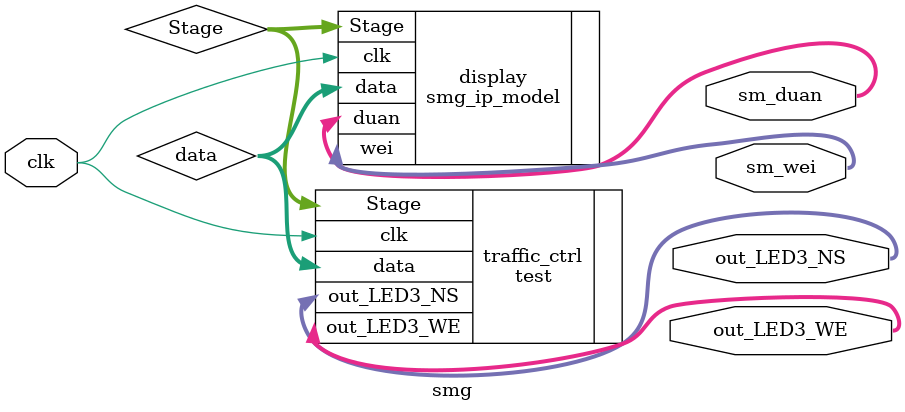
<source format=v>
module smg(
    input clk,
    output [2:0] out_LED3_NS,
    output [2:0] out_LED3_WE,
    output [7:0] sm_duan,
    output [3:0] sm_wei
);

    wire [15:0] data;
    wire [1:0] Stage;

    // Instantiate traffic light control module
    test traffic_ctrl (
        .clk(clk),
        .data(data),
        .out_LED3_NS(out_LED3_NS),
        .out_LED3_WE(out_LED3_WE),
        .Stage(Stage)
    );

    // Instantiate segment display module
    smg_ip_model display (
        .clk(clk),
        .data(data),
        .Stage(Stage),
        .duan(sm_duan),
        .wei(sm_wei)
    );

endmodule
</source>
